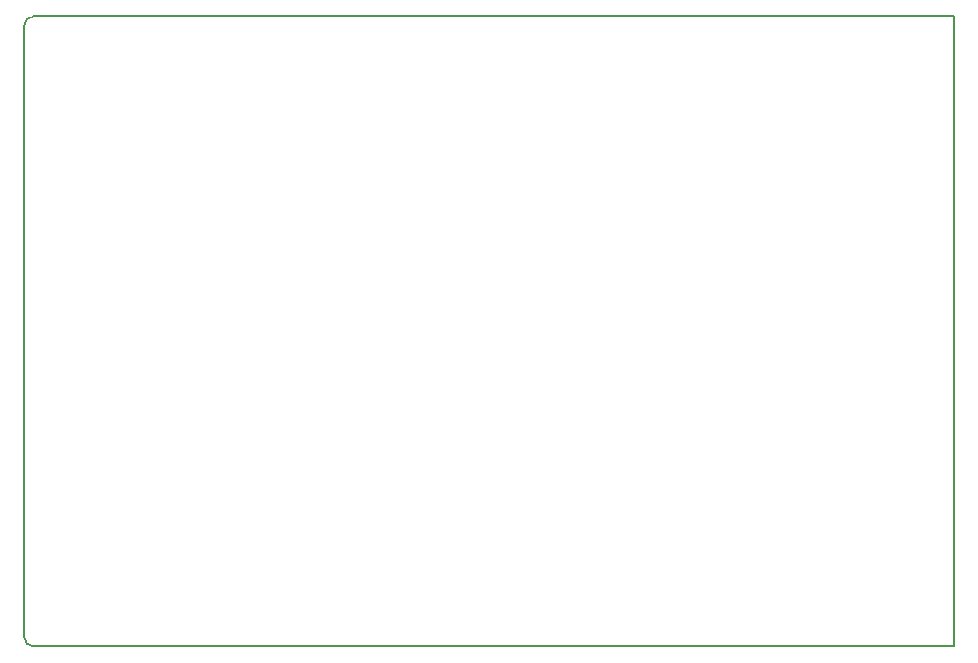
<source format=gbr>
%TF.GenerationSoftware,KiCad,Pcbnew,(7.0.0)*%
%TF.CreationDate,2023-04-13T09:35:06-06:00*%
%TF.ProjectId,Phase_A_UnoShield,50686173-655f-4415-9f55-6e6f53686965,rev?*%
%TF.SameCoordinates,Original*%
%TF.FileFunction,Profile,NP*%
%FSLAX46Y46*%
G04 Gerber Fmt 4.6, Leading zero omitted, Abs format (unit mm)*
G04 Created by KiCad (PCBNEW (7.0.0)) date 2023-04-13 09:35:06*
%MOMM*%
%LPD*%
G01*
G04 APERTURE LIST*
%TA.AperFunction,Profile*%
%ADD10C,0.150000*%
%TD*%
G04 APERTURE END LIST*
D10*
X100000000Y-99238000D02*
X100000000Y-47422000D01*
X178740000Y-100000000D02*
X173660000Y-100000000D01*
X165278000Y-100000000D02*
X100762000Y-100000000D01*
X100762000Y-46660000D02*
X163500000Y-46660000D01*
X173660000Y-100000000D02*
X165278000Y-100000000D01*
X100000000Y-99238000D02*
G75*
G03*
X100762000Y-100000000I762000J0D01*
G01*
X163500000Y-46660000D02*
X173660000Y-46660000D01*
X178740000Y-46660000D02*
X178740000Y-100000000D01*
X173660000Y-46660000D02*
X178740000Y-46660000D01*
X100762000Y-46660000D02*
G75*
G03*
X100000000Y-47422000I0J-762000D01*
G01*
M02*

</source>
